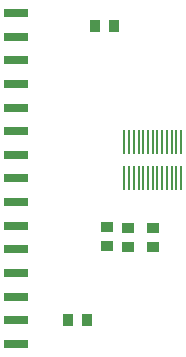
<source format=gtp>
%FSLAX25Y25*%
%MOIN*%
G70*
G01*
G75*
G04 Layer_Color=8421504*
%ADD10R,0.03543X0.03937*%
%ADD11R,0.03937X0.03740*%
%ADD12R,0.03937X0.03543*%
%ADD13R,0.00787X0.07874*%
%ADD14R,0.07874X0.03150*%
%ADD15C,0.00800*%
%ADD16C,0.02000*%
%ADD17C,0.02600*%
%ADD18C,0.04000*%
%ADD19C,0.03200*%
%ADD20C,0.00787*%
%ADD21C,0.01181*%
%ADD22C,0.00700*%
%ADD23R,0.02362X0.22047*%
D10*
X464650Y297900D02*
D03*
X470950D02*
D03*
X473650Y396000D02*
D03*
X479950D02*
D03*
D11*
X493100Y322150D02*
D03*
Y328450D02*
D03*
X484900Y328550D02*
D03*
Y322250D02*
D03*
D12*
X477700Y328850D02*
D03*
Y322550D02*
D03*
D13*
X502428Y345277D02*
D03*
Y357088D02*
D03*
X500853Y345277D02*
D03*
Y357088D02*
D03*
X499279Y345277D02*
D03*
Y357088D02*
D03*
X497704Y345277D02*
D03*
Y357088D02*
D03*
X496129Y345277D02*
D03*
Y357088D02*
D03*
X494554Y345277D02*
D03*
Y357088D02*
D03*
X492979Y345277D02*
D03*
Y357088D02*
D03*
X491405Y345277D02*
D03*
Y357088D02*
D03*
X489830Y345277D02*
D03*
Y357088D02*
D03*
X488255Y345277D02*
D03*
Y357088D02*
D03*
X486680Y345277D02*
D03*
Y357088D02*
D03*
X485106Y345277D02*
D03*
Y357088D02*
D03*
X483531Y345277D02*
D03*
Y357088D02*
D03*
D14*
X447500Y400236D02*
D03*
Y376614D02*
D03*
Y368740D02*
D03*
Y360866D02*
D03*
Y352992D02*
D03*
Y345118D02*
D03*
Y337244D02*
D03*
Y329370D02*
D03*
Y321496D02*
D03*
Y313622D02*
D03*
Y305748D02*
D03*
Y297874D02*
D03*
Y290000D02*
D03*
Y384488D02*
D03*
Y392362D02*
D03*
M02*

</source>
